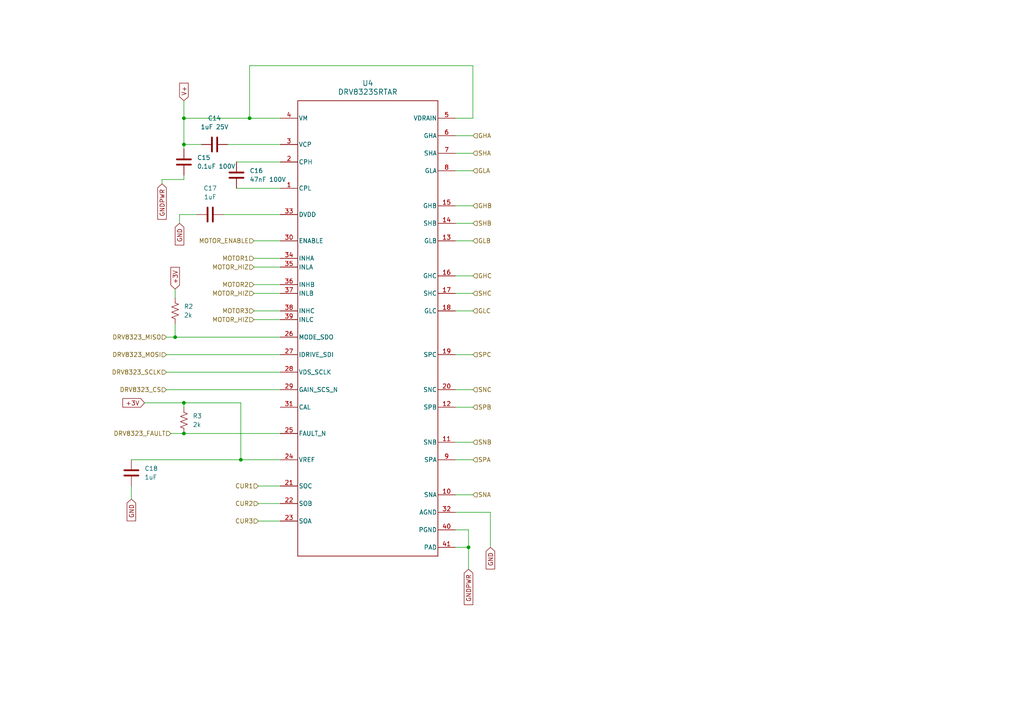
<source format=kicad_sch>
(kicad_sch (version 20230121) (generator eeschema)
  (paper "A4")
  (title_block (title "moteus-c1") (rev "1.0"))
  (lib_symbols
    (symbol "Device:C" (pin_numbers hide) (pin_names (offset 0.254))
      (property "Reference" "C" (at 0.635 2.54 0))
      (property "Value" "C" (at 0.635 -2.54 0))
      (symbol "C_0_1"
        (polyline (pts (xy -2.032 -0.762) (xy 2.032 -0.762)) (stroke (width 0.508)))
        (polyline (pts (xy -2.032 0.762) (xy 2.032 0.762)) (stroke (width 0.508)))
      )
      (symbol "C_1_1"
        (pin passive line (at 0 3.81 270) (length 2.794) (name "~") (number "1"))
        (pin passive line (at 0 -3.81 90) (length 2.794) (name "~") (number "2"))
      )
    )
    (symbol "Device:R_US" (pin_numbers hide) (pin_names (offset 0))
      (property "Reference" "R" (at 2.54 0 90))
      (property "Value" "R_US" (at -2.54 0 90))
      (symbol "R_US_0_1"
        (polyline (pts (xy 0 -2.286) (xy 0 -2.54)))
        (polyline (pts (xy 0 2.286) (xy 0 2.54)))
        (polyline (pts (xy 0 -0.762) (xy 1.016 -1.143) (xy 0 -1.524) (xy -1.016 -1.905) (xy 0 -2.286)))
        (polyline (pts (xy 0 0.762) (xy 1.016 0.381) (xy 0 0) (xy -1.016 -0.381) (xy 0 -0.762)))
        (polyline (pts (xy 0 2.286) (xy 1.016 1.905) (xy 0 1.524) (xy -1.016 1.143) (xy 0 0.762)))
      )
      (symbol "R_US_1_1"
        (pin passive line (at 0 3.81 270) (length 1.27) (name "~") (number "1"))
        (pin passive line (at 0 -3.81 90) (length 1.27) (name "~") (number "2"))
      )
    )
    (symbol "moteus:DRV8323SRTAR" (pin_names (offset 0.254))
      (property "Reference" "U" (at 0 2.54 0))
      (property "Value" "DRV8323SRTAR" (at 0 0 0))
      (symbol "DRV8323SRTAR_0_1"
        (polyline (pts (xy -20.32 -66.04) (xy 20.32 -66.04)) (stroke (width 0.2032)))
        (polyline (pts (xy -20.32 66.04) (xy -20.32 -66.04)) (stroke (width 0.2032)))
        (polyline (pts (xy 20.32 -66.04) (xy 20.32 66.04)) (stroke (width 0.2032)))
        (polyline (pts (xy 20.32 66.04) (xy -20.32 66.04)) (stroke (width 0.2032)))
        (pin unspecified line (at -25.4 40.64 0) (length 5.08) (name "CPL") (number "1"))
        (pin input line (at 25.4 -48.26 180) (length 5.08) (name "SNA") (number "10"))
        (pin input line (at 25.4 -33.02 180) (length 5.08) (name "SNB") (number "11"))
        (pin input line (at 25.4 -22.86 180) (length 5.08) (name "SPB") (number "12"))
        (pin output line (at 25.4 25.4 180) (length 5.08) (name "GLB") (number "13"))
        (pin input line (at 25.4 30.48 180) (length 5.08) (name "SHB") (number "14"))
        (pin output line (at 25.4 35.56 180) (length 5.08) (name "GHB") (number "15"))
        (pin output line (at 25.4 15.24 180) (length 5.08) (name "GHC") (number "16"))
        (pin input line (at 25.4 10.16 180) (length 5.08) (name "SHC") (number "17"))
        (pin output line (at 25.4 5.08 180) (length 5.08) (name "GLC") (number "18"))
        (pin input line (at 25.4 -7.62 180) (length 5.08) (name "SPC") (number "19"))
        (pin unspecified line (at -25.4 48.26 0) (length 5.08) (name "CPH") (number "2"))
        (pin input line (at 25.4 -17.78 180) (length 5.08) (name "SNC") (number "20"))
        (pin output line (at -25.4 -45.72 0) (length 5.08) (name "SOC") (number "21"))
        (pin output line (at -25.4 -50.8 0) (length 5.08) (name "SOB") (number "22"))
        (pin output line (at -25.4 -55.88 0) (length 5.08) (name "SOA") (number "23"))
        (pin input line (at -25.4 -38.1 0) (length 5.08) (name "VREF") (number "24"))
        (pin open_collector line (at -25.4 -30.48 0) (length 5.08) (name "FAULT_N") (number "25"))
        (pin unspecified line (at -25.4 -2.54 0) (length 5.08) (name "MODE_SDO") (number "26"))
        (pin input line (at -25.4 -7.62 0) (length 5.08) (name "IDRIVE_SDI") (number "27"))
        (pin input line (at -25.4 -12.7 0) (length 5.08) (name "VDS_SCLK") (number "28"))
        (pin input line (at -25.4 -17.78 0) (length 5.08) (name "GAIN_SCS_N") (number "29"))
        (pin power_in line (at -25.4 53.34 0) (length 5.08) (name "VCP") (number "3"))
        (pin input line (at -25.4 25.4 0) (length 5.08) (name "ENABLE") (number "30"))
        (pin input line (at -25.4 -22.86 0) (length 5.08) (name "CAL") (number "31"))
        (pin power_in line (at 25.4 -53.34 180) (length 5.08) (name "AGND") (number "32"))
        (pin power_in line (at -25.4 33.02 0) (length 5.08) (name "DVDD") (number "33"))
        (pin input line (at -25.4 20.32 0) (length 5.08) (name "INHA") (number "34"))
        (pin input line (at -25.4 17.78 0) (length 5.08) (name "INLA") (number "35"))
        (pin input line (at -25.4 12.7 0) (length 5.08) (name "INHB") (number "36"))
        (pin input line (at -25.4 10.16 0) (length 5.08) (name "INLB") (number "37"))
        (pin input line (at -25.4 5.08 0) (length 5.08) (name "INHC") (number "38"))
        (pin input line (at -25.4 2.54 0) (length 5.08) (name "INLC") (number "39"))
        (pin power_in line (at -25.4 60.96 0) (length 5.08) (name "VM") (number "4"))
        (pin power_in line (at 25.4 -58.42 180) (length 5.08) (name "PGND") (number "40"))
        (pin power_in line (at 25.4 -63.5 180) (length 5.08) (name "PAD") (number "41"))
        (pin input line (at 25.4 60.96 180) (length 5.08) (name "VDRAIN") (number "5"))
        (pin output line (at 25.4 55.88 180) (length 5.08) (name "GHA") (number "6"))
        (pin input line (at 25.4 50.8 180) (length 5.08) (name "SHA") (number "7"))
        (pin output line (at 25.4 45.72 180) (length 5.08) (name "GLA") (number "8"))
        (pin input line (at 25.4 -38.1 180) (length 5.08) (name "SPA") (number "9"))
      )
    )
  )
  (junction (at 53.34 125.73))
  (junction (at 69.85 133.35))
  (junction (at 53.34 34.29))
  (junction (at 50.8 97.79))
  (junction (at 53.34 116.84))
  (junction (at 72.39 34.29))
  (junction (at 53.34 41.91))
  (junction (at 135.89 158.75))
  (wire (pts (xy 137.16 19.05) (xy 137.16 34.29)))
  (wire (pts (xy 53.34 34.29) (xy 53.34 41.91)))
  (wire (pts (xy 132.08 59.69) (xy 137.16 59.69)))
  (wire (pts (xy 132.08 133.35) (xy 137.16 133.35)))
  (wire (pts (xy 50.8 93.98) (xy 50.8 97.79)))
  (wire (pts (xy 132.08 128.27) (xy 137.16 128.27)))
  (wire (pts (xy 132.08 102.87) (xy 137.16 102.87)))
  (wire (pts (xy 73.66 74.93) (xy 81.28 74.93)))
  (wire (pts (xy 73.66 77.47) (xy 81.28 77.47)))
  (wire (pts (xy 49.53 125.73) (xy 53.34 125.73)))
  (wire (pts (xy 135.89 153.67) (xy 135.89 158.75)))
  (wire (pts (xy 132.08 158.75) (xy 135.89 158.75)))
  (wire (pts (xy 69.85 133.35) (xy 81.28 133.35)))
  (wire (pts (xy 132.08 39.37) (xy 137.16 39.37)))
  (wire (pts (xy 53.34 29.21) (xy 53.34 34.29)))
  (wire (pts (xy 64.77 62.23) (xy 81.28 62.23)))
  (wire (pts (xy 50.8 97.79) (xy 81.28 97.79)))
  (wire (pts (xy 73.66 69.85) (xy 81.28 69.85)))
  (wire (pts (xy 46.99 52.07) (xy 53.34 52.07)))
  (wire (pts (xy 52.07 62.23) (xy 52.07 64.77)))
  (wire (pts (xy 73.66 90.17) (xy 81.28 90.17)))
  (wire (pts (xy 53.34 116.84) (xy 53.34 118.11)))
  (wire (pts (xy 53.34 41.91) (xy 53.34 43.18)))
  (wire (pts (xy 74.93 146.05) (xy 81.28 146.05)))
  (wire (pts (xy 73.66 85.09) (xy 81.28 85.09)))
  (wire (pts (xy 38.1 140.97) (xy 38.1 144.78)))
  (wire (pts (xy 132.08 143.51) (xy 137.16 143.51)))
  (wire (pts (xy 72.39 34.29) (xy 72.39 19.05)))
  (wire (pts (xy 132.08 64.77) (xy 137.16 64.77)))
  (wire (pts (xy 48.26 97.79) (xy 50.8 97.79)))
  (wire (pts (xy 73.66 92.71) (xy 81.28 92.71)))
  (wire (pts (xy 48.26 113.03) (xy 81.28 113.03)))
  (wire (pts (xy 66.04 41.91) (xy 81.28 41.91)))
  (wire (pts (xy 137.16 34.29) (xy 132.08 34.29)))
  (wire (pts (xy 142.24 148.59) (xy 132.08 148.59)))
  (wire (pts (xy 53.34 125.73) (xy 81.28 125.73)))
  (wire (pts (xy 68.58 46.99) (xy 81.28 46.99)))
  (wire (pts (xy 53.34 116.84) (xy 69.85 116.84)))
  (wire (pts (xy 72.39 19.05) (xy 137.16 19.05)))
  (wire (pts (xy 132.08 153.67) (xy 135.89 153.67)))
  (wire (pts (xy 74.93 151.13) (xy 81.28 151.13)))
  (wire (pts (xy 132.08 49.53) (xy 137.16 49.53)))
  (wire (pts (xy 132.08 80.01) (xy 137.16 80.01)))
  (wire (pts (xy 74.93 140.97) (xy 81.28 140.97)))
  (wire (pts (xy 132.08 44.45) (xy 137.16 44.45)))
  (wire (pts (xy 50.8 83.82) (xy 50.8 86.36)))
  (wire (pts (xy 41.91 116.84) (xy 53.34 116.84)))
  (wire (pts (xy 58.42 41.91) (xy 53.34 41.91)))
  (wire (pts (xy 53.34 52.07) (xy 53.34 50.8)))
  (wire (pts (xy 69.85 116.84) (xy 69.85 133.35)))
  (wire (pts (xy 53.34 34.29) (xy 72.39 34.29)))
  (wire (pts (xy 48.26 107.95) (xy 81.28 107.95)))
  (wire (pts (xy 132.08 113.03) (xy 137.16 113.03)))
  (wire (pts (xy 46.99 52.07) (xy 46.99 53.34)))
  (wire (pts (xy 135.89 158.75) (xy 135.89 165.1)))
  (wire (pts (xy 132.08 69.85) (xy 137.16 69.85)))
  (wire (pts (xy 48.26 102.87) (xy 81.28 102.87)))
  (wire (pts (xy 132.08 85.09) (xy 137.16 85.09)))
  (wire (pts (xy 73.66 82.55) (xy 81.28 82.55)))
  (wire (pts (xy 68.58 54.61) (xy 81.28 54.61)))
  (wire (pts (xy 81.28 34.29) (xy 72.39 34.29)))
  (wire (pts (xy 57.15 62.23) (xy 52.07 62.23)))
  (wire (pts (xy 132.08 90.17) (xy 137.16 90.17)))
  (wire (pts (xy 132.08 118.11) (xy 137.16 118.11)))
  (wire (pts (xy 142.24 158.75) (xy 142.24 148.59)))
  (wire (pts (xy 38.1 133.35) (xy 69.85 133.35)))
  (global_label "GNDPWR" (shape input) (at 46.99 53.34 270) (property "Intersheetrefs" "${INTERSHEET_REFS}" (effects hide)))
  (global_label "GND" (shape input) (at 52.07 64.77 270) (property "Intersheetrefs" "${INTERSHEET_REFS}" (effects hide)))
  (global_label "+3V" (shape input) (at 41.91 116.84 180) (property "Intersheetrefs" "${INTERSHEET_REFS}" (effects hide)))
  (global_label "GND" (shape input) (at 38.1 144.78 270) (property "Intersheetrefs" "${INTERSHEET_REFS}" (effects hide)))
  (global_label "GND" (shape input) (at 142.24 158.75 270) (property "Intersheetrefs" "${INTERSHEET_REFS}" (effects hide)))
  (global_label "GNDPWR" (shape input) (at 135.89 165.1 270) (property "Intersheetrefs" "${INTERSHEET_REFS}" (effects hide)))
  (global_label "V+" (shape input) (at 53.34 29.21 90) (property "Intersheetrefs" "${INTERSHEET_REFS}" (effects hide)))
  (global_label "+3V" (shape input) (at 50.8 83.82 90) (property "Intersheetrefs" "${INTERSHEET_REFS}" (effects hide)))
  (hierarchical_label "CUR3" (shape input) (at 74.93 151.13 180))
  (hierarchical_label "MOTOR1" (shape input) (at 73.66 74.93 180))
  (hierarchical_label "MOTOR2" (shape input) (at 73.66 82.55 180))
  (hierarchical_label "SHA" (shape input) (at 137.16 44.45 0))
  (hierarchical_label "DRV8323_FAULT" (shape input) (at 49.53 125.73 180))
  (hierarchical_label "SHC" (shape input) (at 137.16 85.09 0))
  (hierarchical_label "GHA" (shape input) (at 137.16 39.37 0))
  (hierarchical_label "MOTOR_HIZ" (shape input) (at 73.66 85.09 180))
  (hierarchical_label "SNA" (shape input) (at 137.16 143.51 0))
  (hierarchical_label "MOTOR_HIZ" (shape input) (at 73.66 92.71 180))
  (hierarchical_label "MOTOR_HIZ" (shape input) (at 73.66 77.47 180))
  (hierarchical_label "GHB" (shape input) (at 137.16 59.69 0))
  (hierarchical_label "GLA" (shape input) (at 137.16 49.53 0))
  (hierarchical_label "DRV8323_MISO" (shape input) (at 48.26 97.79 180))
  (hierarchical_label "GLC" (shape input) (at 137.16 90.17 0))
  (hierarchical_label "SPA" (shape input) (at 137.16 133.35 0))
  (hierarchical_label "DRV8323_SCLK" (shape input) (at 48.26 107.95 180))
  (hierarchical_label "SPB" (shape input) (at 137.16 118.11 0))
  (hierarchical_label "DRV8323_CS" (shape input) (at 48.26 113.03 180))
  (hierarchical_label "CUR2" (shape input) (at 74.93 146.05 180))
  (hierarchical_label "GHC" (shape input) (at 137.16 80.01 0))
  (hierarchical_label "SHB" (shape input) (at 137.16 64.77 0))
  (hierarchical_label "MOTOR3" (shape input) (at 73.66 90.17 180))
  (hierarchical_label "GLB" (shape input) (at 137.16 69.85 0))
  (hierarchical_label "SNB" (shape input) (at 137.16 128.27 0))
  (hierarchical_label "DRV8323_MOSI" (shape input) (at 48.26 102.87 180))
  (hierarchical_label "SPC" (shape input) (at 137.16 102.87 0))
  (hierarchical_label "MOTOR_ENABLE" (shape input) (at 73.66 69.85 180))
  (hierarchical_label "SNC" (shape input) (at 137.16 113.03 0))
  (hierarchical_label "CUR1" (shape input) (at 74.93 140.97 180))
  (symbol (lib_id "Device:C") (at 53.34 46.99 180) (unit 1)
    (property "Reference" "C15" (at 57.15 45.72 0) (effects (justify right)))
    (property "Value" "0.1uF 100V" (at 57.15 48.26 0) (effects (justify right)))
    (property "Footprint" "Capacitor_SMD:C_0603_1608Metric" (effects hide))
    (property "MPN" "GCJ188R72A104KA01D" (effects hide))
    (property "MF" "MURATA" (effects hide))
    (property "POPULATE" "1" (effects hide))
  )
  (symbol (lib_id "Device:R_US") (at 53.34 121.92 0) (unit 1)
    (property "Reference" "R3" (at 55.88 120.65 0) (effects (justify left)))
    (property "Value" "2k" (at 55.88 123.19 0) (effects (justify left)))
    (property "Footprint" "Resistor_SMD:R_0402_1005Metric" (effects hide))
    (property "MPN" "MF-RES-0402-2K" (effects hide))
    (property "POPULATE" "1" (effects hide))
  )
  (symbol (lib_id "Device:C") (at 68.58 50.8 180) (unit 1)
    (property "Reference" "C16" (at 72.39 49.53 0) (effects (justify right)))
    (property "Value" "47nF 100V" (at 72.39 52.07 0) (effects (justify right)))
    (property "Footprint" "Capacitor_SMD:C_0603_1608Metric" (effects hide))
    (property "MPN" "C0603X473K1RAC7867" (effects hide))
    (property "MF" "KEMET" (effects hide))
    (property "POPULATE" "1" (effects hide))
  )
  (symbol (lib_id "Device:C") (at 38.1 137.16 180) (unit 1)
    (property "Reference" "C18" (at 41.91 135.89 0) (effects (justify right)))
    (property "Value" "1uF" (at 41.91 138.43 0) (effects (justify right)))
    (property "Footprint" "Capacitor_SMD:C_0603_1608Metric" (effects hide))
    (property "MPN" "MF-CAP-0603-1uF" (effects hide))
    (property "POPULATE" "1" (effects hide))
  )
  (symbol (lib_id "Device:R_US") (at 50.8 90.17 0) (unit 1)
    (property "Reference" "R2" (at 53.34 88.9 0) (effects (justify left)))
    (property "Value" "2k" (at 53.34 91.44 0) (effects (justify left)))
    (property "Footprint" "Resistor_SMD:R_0402_1005Metric" (effects hide))
    (property "MPN" "MF-RES-0402-2K" (effects hide))
    (property "POPULATE" "1" (effects hide))
  )
  (symbol (lib_id "moteus:DRV8323SRTAR") (at 106.68 95.25 0) (unit 1)
    (property "Reference" "U4" (at 106.68 24.13 0) (effects (font (size 1.524 1.524))))
    (property "Value" "DRV8323SRTAR" (at 106.68 26.67 0) (effects (font (size 1.524 1.524))))
    (property "Footprint" "moteus:RTA0040B" (effects hide))
    (property "Datasheet" "DRV8323SRTAR" (effects hide))
    (property "MPN" "DRV8323SRTAR" (effects hide))
    (property "MF" "TI" (effects hide))
    (property "POPULATE" "1" (effects hide))
  )
  (symbol (lib_id "Device:C") (at 60.96 62.23 90) (unit 1)
    (property "Reference" "C17" (at 60.96 54.61 90))
    (property "Value" "1uF" (at 60.96 57.15 90))
    (property "Footprint" "Capacitor_SMD:C_0402_1005Metric" (effects hide))
    (property "MPN" "MF-CAP-0402-1uF" (effects hide))
    (property "POPULATE" "1" (effects hide))
  )
  (symbol (lib_id "Device:C") (at 62.23 41.91 90) (unit 1)
    (property "Reference" "C14" (at 62.23 34.29 90))
    (property "Value" "1uF 25V" (at 62.23 36.83 90))
    (property "Footprint" "Capacitor_SMD:C_0603_1608Metric" (effects hide))
    (property "MPN" "C1608X7R1E105K080AE" (effects hide))
    (property "MF" "TDK" (effects hide))
    (property "POPULATE" "1" (effects hide))
  )
)
</source>
